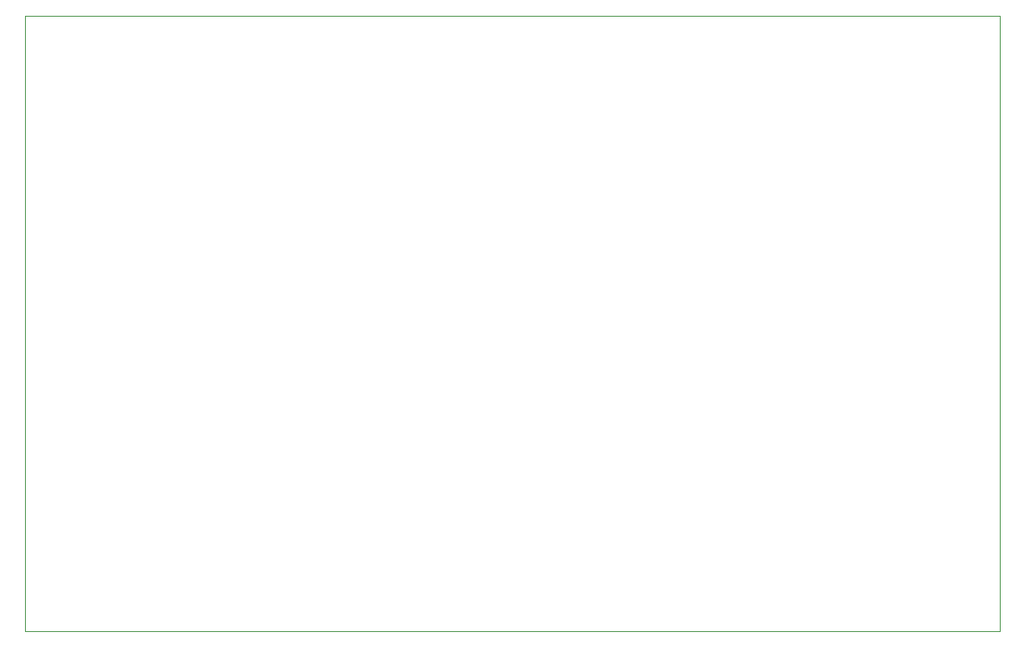
<source format=gbr>
%TF.GenerationSoftware,KiCad,Pcbnew,8.0.8*%
%TF.CreationDate,2025-03-31T14:22:48-05:00*%
%TF.ProjectId,Smart Tripod,536d6172-7420-4547-9269-706f642e6b69,rev?*%
%TF.SameCoordinates,Original*%
%TF.FileFunction,Profile,NP*%
%FSLAX46Y46*%
G04 Gerber Fmt 4.6, Leading zero omitted, Abs format (unit mm)*
G04 Created by KiCad (PCBNEW 8.0.8) date 2025-03-31 14:22:48*
%MOMM*%
%LPD*%
G01*
G04 APERTURE LIST*
%TA.AperFunction,Profile*%
%ADD10C,0.050000*%
%TD*%
G04 APERTURE END LIST*
D10*
X93000000Y-76500000D02*
X192000000Y-76500000D01*
X192000000Y-139000000D01*
X93000000Y-139000000D01*
X93000000Y-76500000D01*
M02*

</source>
